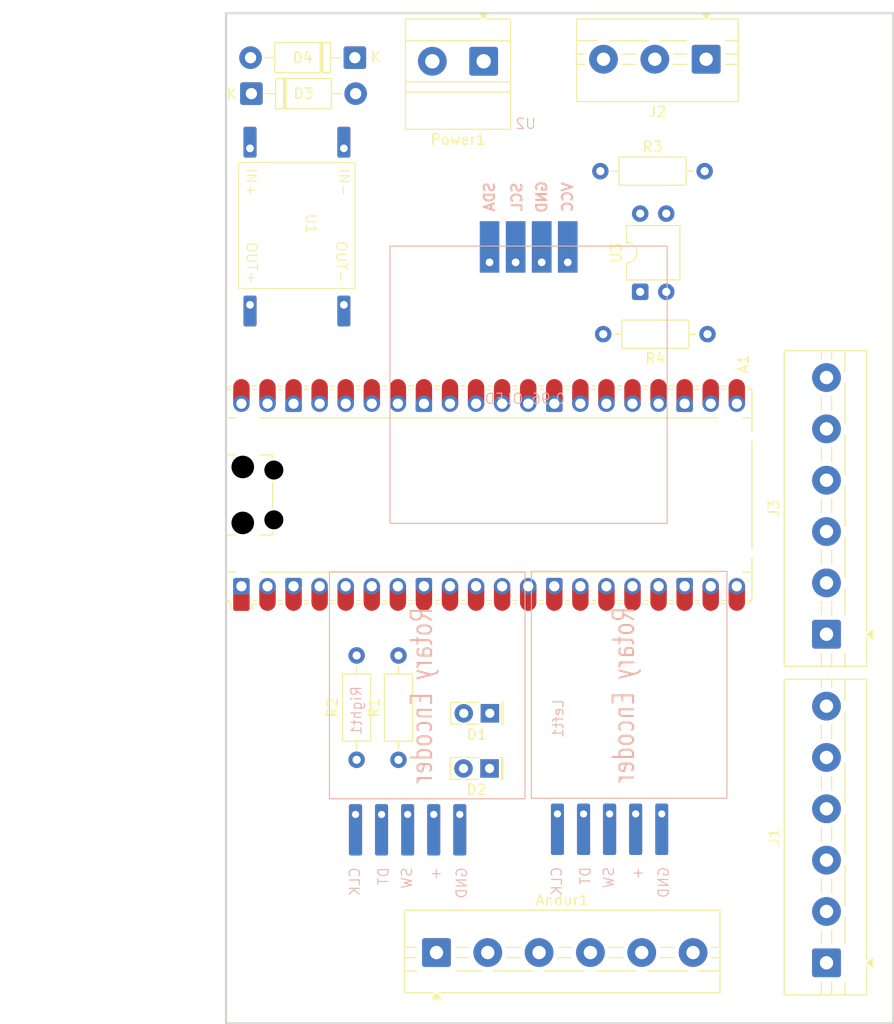
<source format=kicad_pcb>
(kicad_pcb (version 20241229) (generator "pcbnew") (generator_version "9.0")
  (layers (0 "F.Cu" signal) (2 "B.Cu" signal) (13 "F.Paste" user) (15 "B.Paste" user) (5 "F.SilkS" user "F.Silkscreen") (7 "B.SilkS" user "B.Silkscreen") (1 "F.Mask" user) (3 "B.Mask" user) (25 "Edge.Cuts" user))
  (net 0 "")
  (net 1 "GND")
  (net 3 "/Left_RE_CLK")
  (net 4 "/Red_LED")
  (net 5 "Net-(A1-GPIO13)")
  (net 6 "/Right_RE_SW")
  (net 7 "+3.3V")
  (net 8 "Net-(A1-GPIO11)")
  (net 9 "/Green_LED")
  (net 10 "Net-(A1-GPIO6)")
  (net 11 "/UART RX")
  (net 12 "Net-(A1-GPIO12)")
  (net 13 "/Left_RE_DT")
  (net 15 "/UART TX")
  (net 18 "Net-(A1-GPIO9)")
  (net 19 "Net-(A1-GPIO7)")
  (net 20 "Net-(A1-GPIO10)")
  (net 21 "/Left_RE_SW")
  (net 22 "/Right_RE_CLK")
  (net 23 "/Signal_OUT")
  (net 25 "/Right_RE_DT")
  (net 26 "/SDA")
  (net 29 "/SCL")
  (net 30 "Net-(A1-GPIO8)")
  (net 31 "/VSYS: IN 1.8V-5.5V")
  (net 33 "Net-(A1-GPIO15)")
  (net 34 "Net-(D1-A)")
  (net 35 "Net-(D2-A)")
  (net 36 "Net-(D3-A)")
  (net 37 "Net-(D4-A)")
  (net 38 "/External_GND")
  (net 39 "/External_GPIO")
  (net 40 "/External_VCC")
  (net 41 "Net-(D3-K)")
  (net 42 "Net-(A1-GPIO14)")
  (net 43 "Net-(Power1-Pin_2)")
  (net 44 "Net-(R4-Pad2)")
  (footprint "Diode_THT:D_DO-41_SOD81_P10.16mm_Horizontal" (layer "F.Cu") (at 74.97 87.35)
    (property "Reference" "D3" (at 5.08 0 0) (layer "F.SilkS"))
    (property "Value" "1N4007")
    (fp_text user "K" (at -1.92 0.075 0) (layer "F.SilkS"))
    (pad "1" thru_hole roundrect (at 0 0) (size 2.2 2.2) (drill 1.1) (layers "*.Cu" "*.Mask") (roundrect_rratio 0.113636) (net 41 "Net-(D3-K)"))
    (pad "2" thru_hole circle (at 10.16 0) (size 2.2 2.2) (drill 1.1) (layers "*.Cu" "*.Mask") (net 36 "Net-(D3-A)"))
  )
  (footprint "Taunoe_footprints:Tauno_OKY3504" (layer "F.Cu") (at 83.98 92.68 -90)
    (property "Reference" "U1" (at 7.345 3.18 270) (layer "F.SilkS") (effects (font (thickness 0.1))))
    (property "Value" "OKY3504-1")
    (fp_text user "IN-" (at 1.89 0.56 270) (layer "F.SilkS") (effects (font (thickness 0.1)) (justify left bottom)))
    (fp_text user "OUT-" (at 8.96 0.82 270) (layer "F.SilkS") (effects (font (thickness 0.1)) (justify left bottom)))
    (fp_text user "OUT+" (at 9.06 9.55 270) (layer "F.SilkS") (effects (font (thickness 0.1)) (justify left bottom)))
    (fp_text user "IN+" (at 1.85 9.59 270) (layer "F.SilkS") (effects (font (thickness 0.1)) (justify left bottom)))
    (pad "1" thru_hole roundrect (at 0 9.144 270) (size 3 1.27) (drill 0.75 (offset -0.6 0)) (layers "*.Cu" "*.Mask") (roundrect_rratio 0.15) (net 41 "Net-(D3-K)"))
    (pad "2" thru_hole roundrect (at 0 0 270) (size 3 1.27) (drill 0.75 (offset -0.6 0)) (layers "*.Cu" "*.Mask") (roundrect_rratio 0.15) (net 43 "Net-(Power1-Pin_2)"))
    (pad "3" thru_hole roundrect (at 15.24 9.144 270) (size 3 1.27) (drill 0.75 (offset 0.6 0)) (layers "*.Cu" "*.Mask") (roundrect_rratio 0.15) (net 31 "/VSYS: IN 1.8V-5.5V"))
    (pad "4" thru_hole roundrect (at 15.24 0 270) (size 3 1.27) (drill 0.75 (offset 0.6 0)) (layers "*.Cu" "*.Mask") (roundrect_rratio 0.15) (net 1 "GND"))
  )
  (footprint "Package_DIP:DIP-4_W7.62mm" (layer "F.Cu") (at 112.85 106.655 90)
    (property "Reference" "U3" (at 3.81 -2.33 90) (layer "F.SilkS"))
    (property "Value" "PC817")
    (pad "1" thru_hole roundrect (at 0 0 90) (size 1.6 1.6) (drill 0.8) (layers "*.Cu" "*.Mask") (roundrect_rratio 0.15625) (net 44 "Net-(R4-Pad2)"))
    (pad "2" thru_hole circle (at 0 2.54 90) (size 1.6 1.6) (drill 0.8) (layers "*.Cu" "*.Mask") (net 1 "GND"))
    (pad "3" thru_hole circle (at 7.62 2.54 90) (size 1.6 1.6) (drill 0.8) (layers "*.Cu" "*.Mask") (net 38 "/External_GND"))
    (pad "4" thru_hole circle (at 7.62 0 90) (size 1.6 1.6) (drill 0.8) (layers "*.Cu" "*.Mask") (net 39 "/External_GPIO"))
  )
  (footprint "Resistor_THT:R_Axial_DIN0207_L6.3mm_D2.5mm_P10.16mm_Horizontal" (layer "F.Cu") (at 119.405 110.775 180)
    (property "Reference" "R4" (at 5.08 -2.37 0) (layer "F.SilkS"))
    (property "Value" "470")
    (pad "1" thru_hole circle (at 0 0 180) (size 1.6 1.6) (drill 0.8) (layers "*.Cu" "*.Mask") (net 23 "/Signal_OUT"))
    (pad "2" thru_hole circle (at 10.16 0 180) (size 1.6 1.6) (drill 0.8) (layers "*.Cu" "*.Mask") (net 44 "Net-(R4-Pad2)"))
  )
  (footprint "TerminalBlock:TerminalBlock_MaiXu_MX126-5.0-06P_1x06_P5.00mm" (layer "F.Cu") (at 131 140 90)
    (property "Reference" "J3" (at 12.25 -5.12 90) (layer "F.SilkS"))
    (property "Value" "Screw_Terminal_01x06")
    (pad "1" thru_hole roundrect (at 0 0 90) (size 2.8 2.8) (drill 1.3) (layers "*.Cu" "*.Mask") (roundrect_rratio 0.089286) (net 7 "+3.3V"))
    (pad "2" thru_hole circle (at 5 0 90) (size 2.8 2.8) (drill 1.3) (layers "*.Cu" "*.Mask") (net 12 "Net-(A1-GPIO12)"))
    (pad "3" thru_hole circle (at 10 0 90) (size 2.8 2.8) (drill 1.3) (layers "*.Cu" "*.Mask") (net 5 "Net-(A1-GPIO13)"))
    (pad "4" thru_hole circle (at 15 0 90) (size 2.8 2.8) (drill 1.3) (layers "*.Cu" "*.Mask") (net 42 "Net-(A1-GPIO14)"))
    (pad "5" thru_hole circle (at 20 0 90) (size 2.8 2.8) (drill 1.3) (layers "*.Cu" "*.Mask") (net 33 "Net-(A1-GPIO15)"))
    (pad "6" thru_hole circle (at 25 0 90) (size 2.8 2.8) (drill 1.3) (layers "*.Cu" "*.Mask") (net 1 "GND"))
  )
  (footprint "Resistor_THT:R_Axial_DIN0207_L6.3mm_D2.5mm_P10.16mm_Horizontal" (layer "F.Cu") (at 85.225 152.225 90)
    (property "Reference" "R2" (at 5.08 -2.37 90) (layer "F.SilkS"))
    (property "Value" "470")
    (pad "1" thru_hole circle (at 0 0 90) (size 1.6 1.6) (drill 0.8) (layers "*.Cu" "*.Mask") (net 35 "Net-(D2-A)"))
    (pad "2" thru_hole circle (at 10.16 0 90) (size 1.6 1.6) (drill 0.8) (layers "*.Cu" "*.Mask") (net 4 "/Red_LED"))
  )
  (footprint "Module:RaspberryPi_Pico_Common_Unspecified" (layer "F.Cu") (at 98.13 126.435 90)
    (property "Reference" "A1" (at 11.7475 24.765 90) (layer "F.SilkS") (effects (justify left)))
    (property "Value" "RaspberryPi_Pico")
    (pad "" np_thru_hole circle (at -2.725 -24 90) (size 2.2 2.2) (drill 2.2) (layers "*.Mask"))
    (pad "" np_thru_hole circle (at -2.425 -20.97 90) (size 1.85 1.85) (drill 1.85) (layers "*.Mask"))
    (pad "" np_thru_hole circle (at 2.425 -20.97 90) (size 1.85 1.85) (drill 1.85) (layers "*.Mask"))
    (pad "" np_thru_hole circle (at 2.725 -24 90) (size 2.2 2.2) (drill 2.2) (layers "*.Mask"))
    (pad "1" smd custom (at -9.69 -24.13 90) (size 1.6 0.8) (layers "F.Cu" "F.Mask") (net 15 "/UART TX") (options (clearance outline) (anchor rect)) (primitives (gr_circle (center 0.8 0) (end 1.6 0) (width 0) (fill yes)) (gr_poly (pts (xy -1.6 -0.6) (xy -1.6 0.6) (xy -1.4 0.8) (xy 0.8 0.8) (xy 0.8 -0.8) (xy -1.4 -0.8)) (width 0) (fill yes)) (gr_circle (center -1.4 -0.6) (end -1.2 -0.6) (width 0) (fill yes)) (gr_circle (center -1.4 0.6) (end -1.2 0.6) (width 0) (fill yes))))
    (pad "1" thru_hole roundrect (at -8.89 -24.13 90) (size 1.6 1.6) (drill 1) (layers "*.Cu" "*.Mask") (roundrect_rratio 0.125) (net 15 "/UART TX"))
    (pad "2" smd roundrect (at -9.69 -21.59 90) (size 3.2 1.6) (layers "F.Cu" "F.Mask") (roundrect_rratio 0.5) (net 11 "/UART RX"))
    (pad "2" thru_hole circle (at -8.89 -21.59 90) (size 1.6 1.6) (drill 1) (layers "*.Cu" "*.Mask") (net 11 "/UART RX"))
    (pad "3" smd custom (at -9.69 -19.05 90) (size 1.6 0.8) (layers "F.Cu" "F.Mask") (net 1 "GND") (options (clearance outline) (anchor rect)) (primitives (gr_circle (center -0.8 0) (end 0 0) (width 0) (fill yes)) (gr_poly (pts (xy 1.6 -0.6) (xy 1.6 0.6) (xy 1.4 0.8) (xy -0.8 0.8) (xy -0.8 -0.8) (xy 1.4 -0.8)) (width 0) (fill yes)) (gr_circle (center 1.4 -0.6) (end 1.6 -0.6) (width 0) (fill yes)) (gr_circle (center 1.4 0.6) (end 1.6 0.6) (width 0) (fill yes))))
    (pad "3" thru_hole custom (at -8.89 -19.05 90) (size 1.6 1.6) (drill 1) (layers "*.Cu" "*.Mask") (net 1 "GND") (options (clearance outline) (anchor circle)) (primitives (gr_poly (pts (xy 0.8 0.6) (xy 0.8 -0.6) (xy 0.6 -0.8) (xy 0 -0.8) (xy 0 0.8) (xy 0.6 0.8)) (width 0) (fill yes)) (gr_circle (center 0.6 0.6) (end 0.8 0.6) (width 0) (fill yes)) (gr_circle (center 0.6 -0.6) (end 0.8 -0.6) (width 0) (fill yes))))
    (pad "4" smd roundrect (at -9.69 -16.51 90) (size 3.2 1.6) (layers "F.Cu" "F.Mask") (roundrect_rratio 0.5) (net 4 "/Red_LED"))
    (pad "4" thru_hole circle (at -8.89 -16.51 90) (size 1.6 1.6) (drill 1) (layers "*.Cu" "*.Mask") (net 4 "/Red_LED"))
    (pad "5" smd roundrect (at -9.69 -13.97 90) (size 3.2 1.6) (layers "F.Cu" "F.Mask") (roundrect_rratio 0.5) (net 9 "/Green_LED"))
    (pad "5" thru_hole circle (at -8.89 -13.97 90) (size 1.6 1.6) (drill 1) (layers "*.Cu" "*.Mask") (net 9 "/Green_LED"))
    (pad "6" smd roundrect (at -9.69 -11.43 90) (size 3.2 1.6) (layers "F.Cu" "F.Mask") (roundrect_rratio 0.5) (net 26 "/SDA"))
    (pad "6" thru_hole circle (at -8.89 -11.43 90) (size 1.6 1.6) (drill 1) (layers "*.Cu" "*.Mask") (net 26 "/SDA"))
    (pad "7" smd roundrect (at -9.69 -8.89 90) (size 3.2 1.6) (layers "F.Cu" "F.Mask") (roundrect_rratio 0.5) (net 29 "/SCL"))
    (pad "7" thru_hole circle (at -8.89 -8.89 90) (size 1.6 1.6) (drill 1) (layers "*.Cu" "*.Mask") (net 29 "/SCL"))
    (pad "8" smd custom (at -9.69 -6.35 90) (size 1.6 0.8) (layers "F.Cu" "F.Mask") (net 1 "GND") (options (clearance outline) (anchor rect)) (primitives (gr_circle (center -0.8 0) (end 0 0) (width 0) (fill yes)) (gr_poly (pts (xy 1.6 -0.6) (xy 1.6 0.6) (xy 1.4 0.8) (xy -0.8 0.8) (xy -0.8 -0.8) (xy 1.4 -0.8)) (width 0) (fill yes)) (gr_circle (center 1.4 -0.6) (end 1.6 -0.6) (width 0) (fill yes)) (gr_circle (center 1.4 0.6) (end 1.6 0.6) (width 0) (fill yes))))
    (pad "8" thru_hole custom (at -8.89 -6.35 90) (size 1.6 1.6) (drill 1) (layers "*.Cu" "*.Mask") (net 1 "GND") (options (clearance outline) (anchor circle)) (primitives (gr_poly (pts (xy 0.8 0.6) (xy 0.8 -0.6) (xy 0.6 -0.8) (xy 0 -0.8) (xy 0 0.8) (xy 0.6 0.8)) (width 0) (fill yes)) (gr_circle (center 0.6 0.6) (end 0.8 0.6) (width 0) (fill yes)) (gr_circle (center 0.6 -0.6) (end 0.8 -0.6) (width 0) (fill yes))))
    (pad "9" smd roundrect (at -9.69 -3.81 90) (size 3.2 1.6) (layers "F.Cu" "F.Mask") (roundrect_rratio 0.5) (net 10 "Net-(A1-GPIO6)"))
    (pad "9" thru_hole circle (at -8.89 -3.81 90) (size 1.6 1.6) (drill 1) (layers "*.Cu" "*.Mask") (net 10 "Net-(A1-GPIO6)"))
    (pad "10" smd roundrect (at -9.69 -1.27 90) (size 3.2 1.6) (layers "F.Cu" "F.Mask") (roundrect_rratio 0.5) (net 19 "Net-(A1-GPIO7)"))
    (pad "10" thru_hole circle (at -8.89 -1.27 90) (size 1.6 1.6) (drill 1) (layers "*.Cu" "*.Mask") (net 19 "Net-(A1-GPIO7)"))
    (pad "11" smd roundrect (at -9.69 1.27 90) (size 3.2 1.6) (layers "F.Cu" "F.Mask") (roundrect_rratio 0.5) (net 30 "Net-(A1-GPIO8)"))
    (pad "11" thru_hole circle (at -8.89 1.27 90) (size 1.6 1.6) (drill 1) (layers "*.Cu" "*.Mask") (net 30 "Net-(A1-GPIO8)"))
    (pad "12" smd roundrect (at -9.69 3.81 90) (size 3.2 1.6) (layers "F.Cu" "F.Mask") (roundrect_rratio 0.5) (net 18 "Net-(A1-GPIO9)"))
    (pad "12" thru_hole circle (at -8.89 3.81 90) (size 1.6 1.6) (drill 1) (layers "*.Cu" "*.Mask") (net 18 "Net-(A1-GPIO9)"))
    (pad "13" smd custom (at -9.69 6.35 90) (size 1.6 0.8) (layers "F.Cu" "F.Mask") (net 1 "GND") (options (clearance outline) (anchor rect)) (primitives (gr_circle (center -0.8 0) (end 0 0) (width 0) (fill yes)) (gr_poly (pts (xy 1.6 -0.6) (xy 1.6 0.6) (xy 1.4 0.8) (xy -0.8 0.8) (xy -0.8 -0.8) (xy 1.4 -0.8)) (width 0) (fill yes)) (gr_circle (center 1.4 -0.6) (end 1.6 -0.6) (width 0) (fill yes)) (gr_circle (center 1.4 0.6) (end 1.6 0.6) (width 0) (fill yes))))
    (pad "13" thru_hole custom (at -8.89 6.35 90) (size 1.6 1.6) (drill 1) (layers "*.Cu" "*.Mask") (net 1 "GND") (options (clearance outline) (anchor circle)) (primitives (gr_poly (pts (xy 0.8 0.6) (xy 0.8 -0.6) (xy 0.6 -0.8) (xy 0 -0.8) (xy 0 0.8) (xy 0.6 0.8)) (width 0) (fill yes)) (gr_circle (center 0.6 0.6) (end 0.8 0.6) (width 0) (fill yes)) (gr_circle (center 0.6 -0.6) (end 0.8 -0.6) (width 0) (fill yes))))
    (pad "14" smd roundrect (at -9.69 8.89 90) (size 3.2 1.6) (layers "F.Cu" "F.Mask") (roundrect_rratio 0.5) (net 20 "Net-(A1-GPIO10)"))
    (pad "14" thru_hole circle (at -8.89 8.89 90) (size 1.6 1.6) (drill 1) (layers "*.Cu" "*.Mask") (net 20 "Net-(A1-GPIO10)"))
    (pad "15" smd roundrect (at -9.69 11.43 90) (size 3.2 1.6) (layers "F.Cu" "F.Mask") (roundrect_rratio 0.5) (net 8 "Net-(A1-GPIO11)"))
    (pad "15" thru_hole circle (at -8.89 11.43 90) (size 1.6 1.6) (drill 1) (layers "*.Cu" "*.Mask") (net 8 "Net-(A1-GPIO11)"))
    (pad "16" smd roundrect (at -9.69 13.97 90) (size 3.2 1.6) (layers "F.Cu" "F.Mask") (roundrect_rratio 0.5) (net 12 "Net-(A1-GPIO12)"))
    (pad "16" thru_hole circle (at -8.89 13.97 90) (size 1.6 1.6) (drill 1) (layers "*.Cu" "*.Mask") (net 12 "Net-(A1-GPIO12)"))
    (pad "17" smd roundrect (at -9.69 16.51 90) (size 3.2 1.6) (layers "F.Cu" "F.Mask") (roundrect_rratio 0.5) (net 5 "Net-(A1-GPIO13)"))
    (pad "17" thru_hole circle (at -8.89 16.51 90) (size 1.6 1.6) (drill 1) (layers "*.Cu" "*.Mask") (net 5 "Net-(A1-GPIO13)"))
    (pad "18" smd custom (at -9.69 19.05 90) (size 1.6 0.8) (layers "F.Cu" "F.Mask") (net 1 "GND") (options (clearance outline) (anchor rect)) (primitives (gr_circle (center -0.8 0) (end 0 0) (width 0) (fill yes)) (gr_poly (pts (xy 1.6 -0.6) (xy 1.6 0.6) (xy 1.4 0.8) (xy -0.8 0.8) (xy -0.8 -0.8) (xy 1.4 -0.8)) (width 0) (fill yes)) (gr_circle (center 1.4 -0.6) (end 1.6 -0.6) (width 0) (fill yes)) (gr_circle (center 1.4 0.6) (end 1.6 0.6) (width 0) (fill yes))))
    (pad "18" thru_hole custom (at -8.89 19.05 90) (size 1.6 1.6) (drill 1) (layers "*.Cu" "*.Mask") (net 1 "GND") (options (clearance outline) (anchor circle)) (primitives (gr_poly (pts (xy 0.8 0.6) (xy 0.8 -0.6) (xy 0.6 -0.8) (xy 0 -0.8) (xy 0 0.8) (xy 0.6 0.8)) (width 0) (fill yes)) (gr_circle (center 0.6 0.6) (end 0.8 0.6) (width 0) (fill yes)) (gr_circle (center 0.6 -0.6) (end 0.8 -0.6) (width 0) (fill yes))))
    (pad "19" smd roundrect (at -9.69 21.59 90) (size 3.2 1.6) (layers "F.Cu" "F.Mask") (roundrect_rratio 0.5) (net 42 "Net-(A1-GPIO14)"))
    (pad "19" thru_hole circle (at -8.89 21.59 90) (size 1.6 1.6) (drill 1) (layers "*.Cu" "*.Mask") (net 42 "Net-(A1-GPIO14)"))
    (pad "20" smd roundrect (at -9.69 24.13 90) (size 3.2 1.6) (layers "F.Cu" "F.Mask") (roundrect_rratio 0.5) (net 33 "Net-(A1-GPIO15)"))
    (pad "20" thru_hole circle (at -8.89 24.13 90) (size 1.6 1.6) (drill 1) (layers "*.Cu" "*.Mask") (net 33 "Net-(A1-GPIO15)"))
    (pad "21" thru_hole circle (at 8.89 24.13 90) (size 1.6 1.6) (drill 1) (layers "*.Cu" "*.Mask") (net 3 "/Left_RE_CLK"))
    (pad "21" smd roundrect (at 9.69 24.13 90) (size 3.2 1.6) (layers "F.Cu" "F.Mask") (roundrect_rratio 0.5) (net 3 "/Left_RE_CLK"))
    (pad "22" thru_hole circle (at 8.89 21.59 90) (size 1.6 1.6) (drill 1) (layers "*.Cu" "*.Mask") (net 13 "/Left_RE_DT"))
    (pad "22" smd roundrect (at 9.69 21.59 90) (size 3.2 1.6) (layers "F.Cu" "F.Mask") (roundrect_rratio 0.5) (net 13 "/Left_RE_DT"))
    (pad "23" thru_hole custom (at 8.89 19.05 90) (size 1.6 1.6) (drill 1) (layers "*.Cu" "*.Mask") (net 1 "GND") (options (clearance outline) (anchor circle)) (primitives (gr_poly (pts (xy -0.8 0.6) (xy -0.8 -0.6) (xy -0.6 -0.8) (xy 0 -0.8) (xy 0 0.8) (xy -0.6 0.8)) (width 0) (fill yes)) (gr_circle (center -0.6 0.6) (end -0.4 0.6) (width 0) (fill yes)) (gr_circle (center -0.6 -0.6) (end -0.4 -0.6) (width 0) (fill yes))))
    (pad "23" smd custom (at 9.69 19.05 90) (size 1.6 0.8) (layers "F.Cu" "F.Mask") (net 1 "GND") (options (clearance outline) (anchor rect)) (primitives (gr_circle (center 0.8 0) (end 1.6 0) (width 0) (fill yes)) (gr_poly (pts (xy -1.6 -0.6) (xy -1.6 0.6) (xy -1.4 0.8) (xy 0.8 0.8) (xy 0.8 -0.8) (xy -1.4 -0.8)) (width 0) (fill yes)) (gr_circle (center -1.4 -0.6) (end -1.2 -0.6) (width 0) (fill yes)) (gr_circle (center -1.4 0.6) (end -1.2 0.6) (width 0) (fill yes))))
    (pad "24" thru_hole circle (at 8.89 16.51 90) (size 1.6 1.6) (drill 1) (layers "*.Cu" "*.Mask") (net 21 "/Left_RE_SW"))
    (pad "24" smd roundrect (at 9.69 16.51 90) (size 3.2 1.6) (layers "F.Cu" "F.Mask") (roundrect_rratio 0.5) (net 21 "/Left_RE_SW"))
    (pad "25" thru_hole circle (at 8.89 13.97 90) (size 1.6 1.6) (drill 1) (layers "*.Cu" "*.Mask") (net 22 "/Right_RE_CLK"))
    (pad "25" smd roundrect (at 9.69 13.97 90) (size 3.2 1.6) (layers "F.Cu" "F.Mask") (roundrect_rratio 0.5) (net 22 "/Right_RE_CLK"))
    (pad "26" thru_hole circle (at 8.89 11.43 90) (size 1.6 1.6) (drill 1) (layers "*.Cu" "*.Mask") (net 25 "/Right_RE_DT"))
    (pad "26" smd roundrect (at 9.69 11.43 90) (size 3.2 1.6) (layers "F.Cu" "F.Mask") (roundrect_rratio 0.5) (net 25 "/Right_RE_DT"))
    (pad "27" thru_hole circle (at 8.89 8.89 90) (size 1.6 1.6) (drill 1) (layers "*.Cu" "*.Mask") (net 6 "/Right_RE_SW"))
    (pad "27" smd roundrect (at 9.69 8.89 90) (size 3.2 1.6) (layers "F.Cu" "F.Mask") (roundrect_rratio 0.5) (net 6 "/Right_RE_SW"))
    (pad "28" thru_hole custom (at 8.89 6.35 90) (size 1.6 1.6) (drill 1) (layers "*.Cu" "*.Mask") (net 1 "GND") (options (clearance outline) (anchor circle)) (primitives (gr_poly (pts (xy -0.8 0.6) (xy -0.8 -0.6) (xy -0.6 -0.8) (xy 0 -0.8) (xy 0 0.8) (xy -0.6 0.8)) (width 0) (fill yes)) (gr_circle (center -0.6 0.6) (end -0.4 0.6) (width 0) (fill yes)) (gr_circle (center -0.6 -0.6) (end -0.4 -0.6) (width 0) (fill yes))))
    (pad "28" smd custom (at 9.69 6.35 90) (size 1.6 0.8) (layers "F.Cu" "F.Mask") (net 1 "GND") (options (clearance outline) (anchor rect)) (primitives (gr_circle (center 0.8 0) (end 1.6 0) (width 0) (fill yes)) (gr_poly (pts (xy -1.6 -0.6) (xy -1.6 0.6) (xy -1.4 0.8) (xy 0.8 0.8) (xy 0.8 -0.8) (xy -1.4 -0.8)) (width 0) (fill yes)) (gr_circle (center -1.4 -0.6) (end -1.2 -0.6) (width 0) (fill yes)) (gr_circle (center -1.4 0.6) (end -1.2 0.6) (width 0) (fill yes))))
    (pad "29" thru_hole circle (at 8.89 3.81 90) (size 1.6 1.6) (drill 1) (layers "*.Cu" "*.Mask") (net 23 "/Signal_OUT"))
    (pad "29" smd roundrect (at 9.69 3.81 90) (size 3.2 1.6) (layers "F.Cu" "F.Mask") (roundrect_rratio 0.5) (net 23 "/Signal_OUT"))
    (pad "30" thru_hole circle (at 8.89 1.27 90) (size 1.6 1.6) (drill 1) (layers "*.Cu" "*.Mask"))
    (pad "30" smd roundrect (at 9.69 1.27 90) (size 3.2 1.6) (layers "F.Cu" "F.Mask") (roundrect_rratio 0.5))
    (pad "31" thru_hole circle (at 8.89 -1.27 90) (size 1.6 1.6) (drill 1) (layers "*.Cu" "*.Mask"))
    (pad "31" smd roundrect (at 9.69 -1.27 90) (size 3.2 1.6) (layers "F.Cu" "F.Mask") (roundrect_rratio 0.5))
    (pad "32" thru_hole circle (at 8.89 -3.81 90) (size 1.6 1.6) (drill 1) (layers "*.Cu" "*.Mask"))
    (pad "32" smd roundrect (at 9.69 -3.81 90) (size 3.2 1.6) (layers "F.Cu" "F.Mask") (roundrect_rratio 0.5))
    (pad "33" thru_hole custom (at 8.89 -6.35 90) (size 1.6 1.6) (drill 1) (layers "*.Cu" "*.Mask") (options (clearance outline) (anchor circle)) (primitives (gr_poly (pts (xy -0.8 0.6) (xy -0.8 -0.6) (xy -0.6 -0.8) (xy 0 -0.8) (xy 0 0.8) (xy -0.6 0.8)) (width 0) (fill yes)) (gr_circle (center -0.6 0.6) (end -0.4 0.6) (width 0) (fill yes)) (gr_circle (center -0.6 -0.6) (end -0.4 -0.6) (width 0) (fill yes))))
    (pad "33" smd custom (at 9.69 -6.35 90) (size 1.6 0.8) (layers "F.Cu" "F.Mask") (options (clearance outline) (anchor rect)) (primitives (gr_circle (center 0.8 0) (end 1.6 0) (width 0) (fill yes)) (gr_poly (pts (xy -1.6 -0.6) (xy -1.6 0.6) (xy -1.4 0.8) (xy 0.8 0.8) (xy 0.8 -0.8) (xy -1.4 -0.8)) (width 0) (fill yes)) (gr_circle (center -1.4 -0.6) (end -1.2 -0.6) (width 0) (fill yes)) (gr_circle (center -1.4 0.6) (end -1.2 0.6) (width 0) (fill yes))))
    (pad "34" thru_hole circle (at 8.89 -8.89 90) (size 1.6 1.6) (drill 1) (layers "*.Cu" "*.Mask"))
    (pad "34" smd roundrect (at 9.69 -8.89 90) (size 3.2 1.6) (layers "F.Cu" "F.Mask") (roundrect_rratio 0.5))
    (pad "35" thru_hole circle (at 8.89 -11.43 90) (size 1.6 1.6) (drill 1) (layers "*.Cu" "*.Mask"))
    (pad "35" smd roundrect (at 9.69 -11.43 90) (size 3.2 1.6) (layers "F.Cu" "F.Mask") (roundrect_rratio 0.5))
    (pad "36" thru_hole circle (at 8.89 -13.97 90) (size 1.6 1.6) (drill 1) (layers "*.Cu" "*.Mask") (net 7 "+3.3V"))
    (pad "36" smd roundrect (at 9.69 -13.97 90) (size 3.2 1.6) (layers "F.Cu" "F.Mask") (roundrect_rratio 0.5) (net 7 "+3.3V"))
    (pad "37" thru_hole circle (at 8.89 -16.51 90) (size 1.6 1.6) (drill 1) (layers "*.Cu" "*.Mask"))
    (pad "37" smd roundrect (at 9.69 -16.51 90) (size 3.2 1.6) (layers "F.Cu" "F.Mask") (roundrect_rratio 0.5))
    (pad "38" thru_hole custom (at 8.89 -19.05 90) (size 1.6 1.6) (drill 1) (layers "*.Cu" "*.Mask") (net 1 "GND") (options (clearance outline) (anchor circle)) (primitives (gr_poly (pts (xy -0.8 0.6) (xy -0.8 -0.6) (xy -0.6 -0.8) (xy 0 -0.8) (xy 0 0.8) (xy -0.6 0.8)) (width 0) (fill yes)) (gr_circle (center -0.6 0.6) (end -0.4 0.6) (width 0) (fill yes)) (gr_circle (center -0.6 -0.6) (end -0.4 -0.6) (width 0) (fill yes))))
    (pad "38" smd custom (at 9.69 -19.05 90) (size 1.6 0.8) (layers "F.Cu" "F.Mask") (net 1 "GND") (options (clearance outline) (anchor rect)) (primitives (gr_circle (center 0.8 0) (end 1.6 0) (width 0) (fill yes)) (gr_poly (pts (xy -1.6 -0.6) (xy -1.6 0.6) (xy -1.4 0.8) (xy 0.8 0.8) (xy 0.8 -0.8) (xy -1.4 -0.8)) (width 0) (fill yes)) (gr_circle (center -1.4 -0.6) (end -1.2 -0.6) (width 0) (fill yes)) (gr_circle (center -1.4 0.6) (end -1.2 0.6) (width 0) (fill yes))))
    (pad "39" thru_hole circle (at 8.89 -21.59 90) (size 1.6 1.6) (drill 1) (layers "*.Cu" "*.Mask") (net 31 "/VSYS: IN 1.8V-5.5V"))
    (pad "39" smd roundrect (at 9.69 -21.59 90) (size 3.2 1.6) (layers "F.Cu" "F.Mask") (roundrect_rratio 0.5) (net 31 "/VSYS: IN 1.8V-5.5V"))
    (pad "40" thru_hole circle (at 8.89 -24.13 90) (size 1.6 1.6) (drill 1) (layers "*.Cu" "*.Mask"))
    (pad "40" smd roundrect (at 9.69 -24.13 90) (size 3.2 1.6) (layers "F.Cu" "F.Mask") (roundrect_rratio 0.5))
  )
  (footprint "Resistor_THT:R_Axial_DIN0207_L6.3mm_D2.5mm_P10.16mm_Horizontal" (layer "F.Cu") (at 108.97 94.9)
    (property "Reference" "R3" (at 5.08 -2.37 0) (layer "F.SilkS"))
    (property "Value" "10K")
    (pad "1" thru_hole circle (at 0 0) (size 1.6 1.6) (drill 0.8) (layers "*.Cu" "*.Mask") (net 39 "/External_GPIO"))
    (pad "2" thru_hole circle (at 10.16 0) (size 1.6 1.6) (drill 0.8) (layers "*.Cu" "*.Mask") (net 40 "/External_VCC"))
  )
  (footprint "TerminalBlock_MetzConnect:TerminalBlock_MetzConnect_Type011_RT05502HBLC_1x02_P5.00mm_Horizontal" (layer "F.Cu") (at 97.6 84.2 180)
    (property "Reference" "Power1" (at 2.5 -7.62 0) (layer "F.SilkS"))
    (property "Value" "Screw_Terminal_01x02")
    (pad "1" thru_hole roundrect (at 0 0 180) (size 2.8 2.8) (drill 1.4) (layers "*.Cu" "*.Mask") (roundrect_rratio 0.089286) (net 37 "Net-(D4-A)"))
    (pad "2" thru_hole circle (at 5 0 180) (size 2.8 2.8) (drill 1.4) (layers "*.Cu" "*.Mask") (net 43 "Net-(Power1-Pin_2)"))
  )
  (footprint "Resistor_THT:R_Axial_DIN0207_L6.3mm_D2.5mm_P10.16mm_Horizontal" (layer "F.Cu") (at 89.3 152.23 90)
    (property "Reference" "R1" (at 5.08 -2.37 90) (layer "F.SilkS"))
    (property "Value" "470")
    (pad "1" thru_hole circle (at 0 0 90) (size 1.6 1.6) (drill 0.8) (layers "*.Cu" "*.Mask") (net 34 "Net-(D1-A)"))
    (pad "2" thru_hole circle (at 10.16 0 90) (size 1.6 1.6) (drill 0.8) (layers "*.Cu" "*.Mask") (net 9 "/Green_LED"))
  )
  (footprint "LED_THT:LED_Rectangular_W5.0mm_H2.0mm" (layer "F.Cu") (at 98.175 153.075 180)
    (property "Reference" "D2" (at 1.27 -2.06 0) (layer "F.SilkS"))
    (property "Value" "RED LED")
    (pad "1" thru_hole rect (at 0 0 180) (size 1.8 1.8) (drill 0.9) (layers "*.Cu" "*.Mask") (net 1 "GND"))
    (pad "2" thru_hole circle (at 2.54 0 180) (size 1.8 1.8) (drill 0.9) (layers "*.Cu" "*.Mask") (net 35 "Net-(D2-A)"))
  )
  (footprint "TerminalBlock:TerminalBlock_MaiXu_MX126-5.0-06P_1x06_P5.00mm" (layer "F.Cu") (at 131 172 90)
    (property "Reference" "J1" (at 12.25 -5.12 90) (layer "F.SilkS"))
    (property "Value" "Screw_Terminal_01x06")
    (pad "1" thru_hole roundrect (at 0 0 90) (size 2.8 2.8) (drill 1.3) (layers "*.Cu" "*.Mask") (roundrect_rratio 0.089286) (net 7 "+3.3V"))
    (pad "2" thru_hole circle (at 5 0 90) (size 2.8 2.8) (drill 1.3) (layers "*.Cu" "*.Mask") (net 30 "Net-(A1-GPIO8)"))
    (pad "3" thru_hole circle (at 10 0 90) (size 2.8 2.8) (drill 1.3) (layers "*.Cu" "*.Mask") (net 18 "Net-(A1-GPIO9)"))
    (pad "4" thru_hole circle (at 15 0 90) (size 2.8 2.8) (drill 1.3) (layers "*.Cu" "*.Mask") (net 20 "Net-(A1-GPIO10)"))
    (pad "5" thru_hole circle (at 20 0 90) (size 2.8 2.8) (drill 1.3) (layers "*.Cu" "*.Mask") (net 8 "Net-(A1-GPIO11)"))
    (pad "6" thru_hole circle (at 25 0 90) (size 2.8 2.8) (drill 1.3) (layers "*.Cu" "*.Mask") (net 1 "GND"))
  )
  (footprint "Diode_THT:D_DO-41_SOD81_P10.16mm_Horizontal" (layer "F.Cu") (at 85.05 83.85 180)
    (property "Reference" "D4" (at 5.08 0 0) (layer "F.SilkS"))
    (property "Value" "1N4007")
    (fp_text user "K" (at -2.045 0.05 0) (layer "F.SilkS"))
    (pad "1" thru_hole roundrect (at 0 0 180) (size 2.2 2.2) (drill 1.1) (layers "*.Cu" "*.Mask") (roundrect_rratio 0.113636) (net 36 "Net-(D3-A)"))
    (pad "2" thru_hole circle (at 10.16 0 180) (size 2.2 2.2) (drill 1.1) (layers "*.Cu" "*.Mask") (net 37 "Net-(D4-A)"))
  )
  (footprint "LED_THT:LED_Rectangular_W5.0mm_H2.0mm" (layer "F.Cu") (at 98.2 147.7 180)
    (property "Reference" "D1" (at 1.27 -2.06 0) (layer "F.SilkS"))
    (property "Value" "GREEN LED")
    (pad "1" thru_hole rect (at 0 0 180) (size 1.8 1.8) (drill 0.9) (layers "*.Cu" "*.Mask") (net 1 "GND"))
    (pad "2" thru_hole circle (at 2.54 0 180) (size 1.8 1.8) (drill 0.9) (layers "*.Cu" "*.Mask") (net 34 "Net-(D1-A)"))
  )
  (footprint "TerminalBlock:TerminalBlock_MaiXu_MX126-5.0-06P_1x06_P5.00mm" (layer "F.Cu") (at 93 171)
    (property "Reference" "Andur1" (at 12.25 -5.12 0) (layer "F.SilkS"))
    (property "Value" "VL53L0X")
    (pad "1" thru_hole roundrect (at 0 0) (size 2.8 2.8) (drill 1.3) (layers "*.Cu" "*.Mask") (roundrect_rratio 0.089286) (net 7 "+3.3V"))
    (pad "2" thru_hole circle (at 5 0) (size 2.8 2.8) (drill 1.3) (layers "*.Cu" "*.Mask") (net 1 "GND"))
    (pad "3" thru_hole circle (at 10 0) (size 2.8 2.8) (drill 1.3) (layers "*.Cu" "*.Mask") (net 29 "/SCL"))
    (pad "4" thru_hole circle (at 15 0) (size 2.8 2.8) (drill 1.3) (layers "*.Cu" "*.Mask") (net 26 "/SDA"))
    (pad "5" thru_hole circle (at 20 0) (size 2.8 2.8) (drill 1.3) (layers "*.Cu" "*.Mask") (net 10 "Net-(A1-GPIO6)"))
    (pad "6" thru_hole circle (at 25 0) (size 2.8 2.8) (drill 1.3) (layers "*.Cu" "*.Mask") (net 19 "Net-(A1-GPIO7)"))
  )
  (footprint "TerminalBlock:TerminalBlock_MaiXu_MX126-5.0-03P_1x03_P5.00mm" (layer "F.Cu") (at 119.275 84 180)
    (property "Reference" "J2" (at 4.75 -5.12 0) (layer "F.SilkS"))
    (property "Value" "Screw_Terminal_01x03")
    (pad "1" thru_hole roundrect (at 0 0 180) (size 2.8 2.8) (drill 1.3) (layers "*.Cu" "*.Mask") (roundrect_rratio 0.089286) (net 40 "/External_VCC"))
    (pad "2" thru_hole circle (at 5 0 180) (size 2.8 2.8) (drill 1.3) (layers "*.Cu" "*.Mask") (net 39 "/External_GPIO"))
    (pad "3" thru_hole circle (at 10 0 180) (size 2.8 2.8) (drill 1.3) (layers "*.Cu" "*.Mask") (net 38 "/External_GND"))
  )
  (footprint "Taunoe_footprints:Tauno_Rotary_Encoder" (layer "B.Cu") (at 77.495 162.63 -90)
    (property "Reference" "Right1" (at -15.18 -7.705 90) (layer "B.SilkS") (effects (font (thickness 0.1)) (justify mirror)))
    (property "Value" "Rotary Encoder")
    (fp_text user "+" (at 0 -16.002 90) (layer "B.SilkS") (effects (font (thickness 0.1)) (justify left bottom mirror)))
    (fp_text user "SW" (at 0 -13.208 90) (layer "B.SilkS") (effects (font (thickness 0.1)) (justify left bottom mirror)))
    (fp_text user "GND" (at 0 -18.542 90) (layer "B.SilkS") (effects (font (thickness 0.1)) (justify left bottom mirror)))
    (fp_text user "Rotary Encoder" (at -25.4 -15.24 90) (layer "B.SilkS") (effects (font (size 2 1.5) (thickness 0.2)) (justify left bottom mirror)))
    (fp_text user "DT" (at 0 -10.922 90) (layer "B.SilkS") (effects (font (thickness 0.1)) (justify left bottom mirror)))
    (fp_text user "CLK" (at 0 -8.128 90) (layer "B.SilkS") (effects (font (thickness 0.1)) (justify left bottom mirror)))
    (pad "1" thru_hole roundrect (at -5.08 -7.62 270) (size 5 1.27) (drill 0.7 (offset 1.5 0)) (layers "*.Cu" "*.Mask") (roundrect_rratio 0.15) (net 22 "/Right_RE_CLK"))
    (pad "2" thru_hole roundrect (at -5.08 -10.16 270) (size 5 1.27) (drill 0.7 (offset 1.5 0)) (layers "*.Cu" "*.Mask") (roundrect_rratio 0.15) (net 25 "/Right_RE_DT"))
    (pad "3" thru_hole roundrect (at -5.08 -12.7 270) (size 5 1.27) (drill 0.7 (offset 1.5 0)) (layers "*.Cu" "*.Mask") (roundrect_rratio 0.15) (net 6 "/Right_RE_SW"))
    (pad "4" thru_hole roundrect (at -5.08 -15.24 270) (size 5 1.27) (drill 0.7 (offset 1.5 0)) (layers "*.Cu" "*.Mask") (roundrect_rratio 0.15) (net 7 "+3.3V"))
    (pad "5" thru_hole roundrect (at -5.08 -17.78 270) (size 5 1.27) (drill 0.7 (offset 1.5 0)) (layers "*.Cu" "*.Mask") (roundrect_rratio 0.15) (net 1 "GND"))
  )
  (footprint "Taunoe_footprints:Tauno_Rotary_Encoder" (layer "B.Cu") (at 97.17 162.58 -90)
    (property "Reference" "Left1" (at -14.351 -7.69 90) (layer "B.SilkS") (effects (font (thickness 0.1)) (justify mirror)))
    (property "Value" "Rotary Encoder")
    (fp_text user "GND" (at 0 -18.542 90) (layer "B.SilkS") (effects (font (thickness 0.1)) (justify left bottom mirror)))
    (fp_text user "SW" (at 0 -13.208 90) (layer "B.SilkS") (effects (font (thickness 0.1)) (justify left bottom mirror)))
    (fp_text user "+" (at 0 -16.002 90) (layer "B.SilkS") (effects (font (thickness 0.1)) (justify left bottom mirror)))
    (fp_text user "CLK" (at 0 -8.128 90) (layer "B.SilkS") (effects (font (thickness 0.1)) (justify left bottom mirror)))
    (fp_text user "Rotary Encoder" (at -25.4 -15.24 90) (layer "B.SilkS") (effects (font (size 2 1.5) (thickness 0.2)) (justify left bottom mirror)))
    (fp_text user "DT" (at 0 -10.922 90) (layer "B.SilkS") (effects (font (thickness 0.1)) (justify left bottom mirror)))
    (pad "1" thru_hole roundrect (at -5.08 -7.62 270) (size 5 1.27) (drill 0.7 (offset 1.5 0)) (layers "*.Cu" "*.Mask") (roundrect_rratio 0.15) (net 3 "/Left_RE_CLK"))
    (pad "2" thru_hole roundrect (at -5.08 -10.16 270) (size 5 1.27) (drill 0.7 (offset 1.5 0)) (layers "*.Cu" "*.Mask") (roundrect_rratio 0.15) (net 13 "/Left_RE_DT"))
    (pad "3" thru_hole roundrect (at -5.08 -12.7 270) (size 5 1.27) (drill 0.7 (offset 1.5 0)) (layers "*.Cu" "*.Mask") (roundrect_rratio 0.15) (net 21 "/Left_RE_SW"))
    (pad "4" thru_hole roundrect (at -5.08 -15.24 270) (size 5 1.27) (drill 0.7 (offset 1.5 0)) (layers "*.Cu" "*.Mask") (roundrect_rratio 0.15) (net 7 "+3.3V"))
    (pad "5" thru_hole roundrect (at -5.08 -17.78 270) (size 5 1.27) (drill 0.7 (offset 1.5 0)) (layers "*.Cu" "*.Mask") (roundrect_rratio 0.15) (net 1 "GND"))
  )
  (footprint "Taunoe_footprints:Tauno_OLED_ssd1306" (layer "B.Cu") (at 101.975 98.7 180)
    (property "Reference" "U2" (at 0.28 8.42 0) (layer "B.SilkS") (effects (font (thickness 0.1)) (justify mirror)))
    (property "Value" "Tauno_Oled_096_SSD1306")
    (fp_text user "0.96 OLED" (at -3.64 -18.95 0) (layer "B.SilkS") (effects (font (thickness 0.1)) (justify left bottom mirror)))
    (fp_text user "VCC" (at -4.37 2.83 90) (layer "B.SilkS") (effects (font (thickness 0.2) (bold yes)) (justify left bottom mirror)))
    (fp_text user "SCL" (at 0.56 2.8 90) (layer "B.SilkS") (effects (font (thickness 0.2) (bold yes)) (justify left bottom mirror)))
    (fp_text user "GND" (at -1.87 2.94 90) (layer "B.SilkS") (effects (font (thickness 0.2) (bold yes)) (justify left bottom mirror)))
    (fp_text user "SDA" (at 3.23 2.83 90) (layer "B.SilkS") (effects (font (thickness 0.2) (bold yes)) (justify left bottom mirror)))
    (pad "1" thru_hole custom (at -3.82 -5.08 90) (size 5 1.905) (drill 0.75 (offset 1.5 0)) (layers "*.Cu" "*.Mask") (net 7 "+3.3V") (clearance 0.3) (options (clearance outline) (anchor rect)) (primitives))
    (pad "2" thru_hole custom (at -1.28 -5.08 90) (size 5 1.905) (drill 0.75 (offset 1.5 0)) (layers "*.Cu" "*.Mask") (net 1 "GND") (clearance 0.3) (options (clearance outline) (anchor rect)) (primitives))
    (pad "3" thru_hole custom (at 1.26 -5.08 90) (size 5 1.905) (drill 0.75 (offset 1.5 0)) (layers "*.Cu" "*.Mask") (net 29 "/SCL") (clearance 0.3) (options (clearance outline) (anchor rect)) (primitives))
    (pad "4" thru_hole custom (at 3.8 -5.08 90) (size 5 1.905) (drill 0.75 (offset 1.5 0)) (layers "*.Cu" "*.Mask") (net 26 "/SDA") (clearance 0.3) (options (clearance outline) (anchor rect)) (primitives))
  )
  (gr_rect (start 72.5 79.525) (end 137.5 177.9) (stroke (width 0.2)) (fill no) (layer "Edge.Cuts"))
)
</source>
